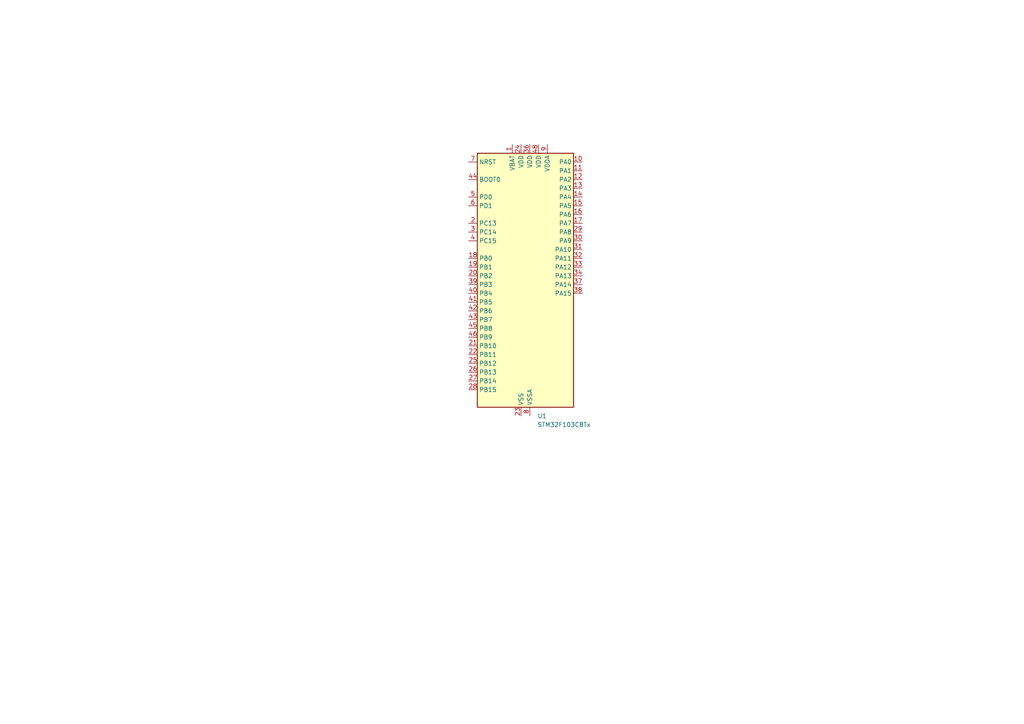
<source format=kicad_sch>
(kicad_sch (version 20231120) (generator "eeschema") (generator_version "8.0")
  (paper "A4")
  (lib_symbols
    (symbol "MCU_ST_STM32F1:STM32F103C8Tx"
      (property "Reference" "U" (at -12.7 39.37 0))
      (property "Value" "STM32F103C8Tx" (at 10.16 39.37 0))
      (symbol "STM32F103C8Tx_0_1"
        (rectangle (start -12.7 -35.56) (end 15.24 38.1) (stroke (width 0.254)) (fill (type background)))
      )
      (symbol "STM32F103C8Tx_1_1"
        (pin power_in line (at -2.54 40.64 270) (length 2.54) (name "VBAT") (number "1"))
        (pin bidirectional line (at 17.78 35.56 180) (length 2.54) (name "PA0") (number "10"))
        (pin bidirectional line (at 17.78 33.02 180) (length 2.54) (name "PA1") (number "11"))
        (pin bidirectional line (at 17.78 30.48 180) (length 2.54) (name "PA2") (number "12"))
        (pin bidirectional line (at 17.78 27.94 180) (length 2.54) (name "PA3") (number "13"))
        (pin bidirectional line (at 17.78 25.4 180) (length 2.54) (name "PA4") (number "14"))
        (pin bidirectional line (at 17.78 22.86 180) (length 2.54) (name "PA5") (number "15"))
        (pin bidirectional line (at 17.78 20.32 180) (length 2.54) (name "PA6") (number "16"))
        (pin bidirectional line (at 17.78 17.78 180) (length 2.54) (name "PA7") (number "17"))
        (pin bidirectional line (at -15.24 7.62 0) (length 2.54) (name "PB0") (number "18"))
        (pin bidirectional line (at -15.24 5.08 0) (length 2.54) (name "PB1") (number "19"))
        (pin bidirectional line (at -15.24 17.78 0) (length 2.54) (name "PC13") (number "2"))
        (pin bidirectional line (at -15.24 2.54 0) (length 2.54) (name "PB2") (number "20"))
        (pin bidirectional line (at -15.24 -17.78 0) (length 2.54) (name "PB10") (number "21"))
        (pin bidirectional line (at -15.24 -20.32 0) (length 2.54) (name "PB11") (number "22"))
        (pin power_in line (at 0 -38.1 90) (length 2.54) (name "VSS") (number "23"))
        (pin power_in line (at 0 40.64 270) (length 2.54) (name "VDD") (number "24"))
        (pin bidirectional line (at -15.24 -22.86 0) (length 2.54) (name "PB12") (number "25"))
        (pin bidirectional line (at -15.24 -25.4 0) (length 2.54) (name "PB13") (number "26"))
        (pin bidirectional line (at -15.24 -27.94 0) (length 2.54) (name "PB14") (number "27"))
        (pin bidirectional line (at -15.24 -30.48 0) (length 2.54) (name "PB15") (number "28"))
        (pin bidirectional line (at 17.78 15.24 180) (length 2.54) (name "PA8") (number "29"))
        (pin bidirectional line (at -15.24 15.24 0) (length 2.54) (name "PC14") (number "3"))
        (pin bidirectional line (at 17.78 12.7 180) (length 2.54) (name "PA9") (number "30"))
        (pin bidirectional line (at 17.78 10.16 180) (length 2.54) (name "PA10") (number "31"))
        (pin bidirectional line (at 17.78 7.62 180) (length 2.54) (name "PA11") (number "32"))
        (pin bidirectional line (at 17.78 5.08 180) (length 2.54) (name "PA12") (number "33"))
        (pin bidirectional line (at 17.78 2.54 180) (length 2.54) (name "PA13") (number "34"))
        (pin passive line (at 0 -38.1 90) (length 2.54) hide (name "VSS") (number "35"))
        (pin power_in line (at 2.54 40.64 270) (length 2.54) (name "VDD") (number "36"))
        (pin bidirectional line (at 17.78 0 180) (length 2.54) (name "PA14") (number "37"))
        (pin bidirectional line (at 17.78 -2.54 180) (length 2.54) (name "PA15") (number "38"))
        (pin bidirectional line (at -15.24 0 0) (length 2.54) (name "PB3") (number "39"))
        (pin bidirectional line (at -15.24 12.7 0) (length 2.54) (name "PC15") (number "4"))
        (pin bidirectional line (at -15.24 -2.54 0) (length 2.54) (name "PB4") (number "40"))
        (pin bidirectional line (at -15.24 -5.08 0) (length 2.54) (name "PB5") (number "41"))
        (pin bidirectional line (at -15.24 -7.62 0) (length 2.54) (name "PB6") (number "42"))
        (pin bidirectional line (at -15.24 -10.16 0) (length 2.54) (name "PB7") (number "43"))
        (pin input line (at -15.24 30.48 0) (length 2.54) (name "BOOT0") (number "44"))
        (pin bidirectional line (at -15.24 -12.7 0) (length 2.54) (name "PB8") (number "45"))
        (pin bidirectional line (at -15.24 -15.24 0) (length 2.54) (name "PB9") (number "46"))
        (pin passive line (at 0 -38.1 90) (length 2.54) hide (name "VSS") (number "47"))
        (pin power_in line (at 5.08 40.64 270) (length 2.54) (name "VDD") (number "48"))
        (pin bidirectional line (at -15.24 25.4 0) (length 2.54) (name "PD0") (number "5"))
        (pin bidirectional line (at -15.24 22.86 0) (length 2.54) (name "PD1") (number "6"))
        (pin input line (at -15.24 35.56 0) (length 2.54) (name "NRST") (number "7"))
        (pin power_in line (at 2.54 -38.1 90) (length 2.54) (name "VSSA") (number "8"))
        (pin power_in line (at 7.62 40.64 270) (length 2.54) (name "VDDA") (number "9"))
      )
    )
  )
  (symbol (lib_id "MCU_ST_STM32F1:STM32F103C8Tx") (at 151.13 82.55 0) (unit 1)
    (property "Reference" "U1" (at 155.8641 120.65 0) (effects (justify left)))
    (property "Value" "STM32F103C8Tx" (at 155.8641 123.19 0) (effects (justify left)))
    (property "Footprint" "Package_QFP:LQFP-48_7x7mm_P0.5mm" (effects (hide yes)))
    (property "Datasheet" "https://www.st.com/resource/en/datasheet/stm32f103c8.pdf" (effects (hide yes)))
    (property "Description" "STMicroelectronics Arm Cortex-M3 MCU, 64KB flash, 20KB RAM, 72 MHz, 2.0-3.6V, 37 GPIO, LQFP48" (effects (hide yes)))
  )
)
</source>
